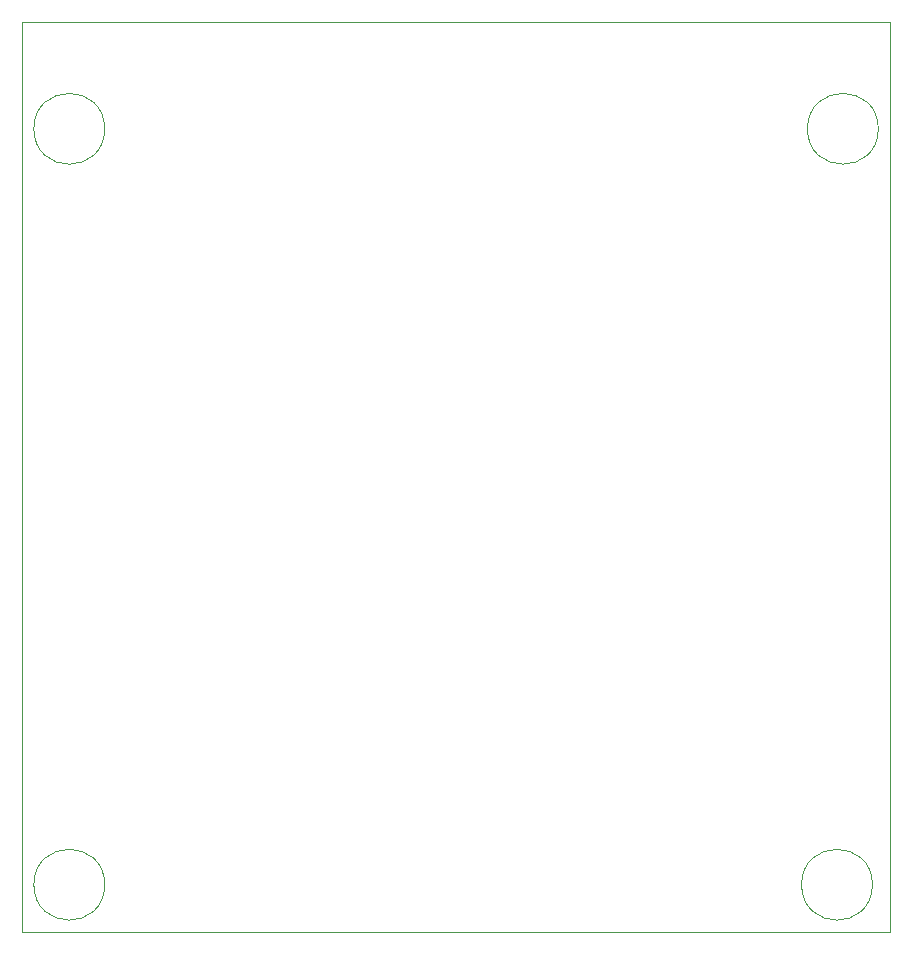
<source format=gbr>
%TF.GenerationSoftware,KiCad,Pcbnew,8.0.4-8.0.4-0~ubuntu22.04.1*%
%TF.CreationDate,2024-08-05T19:19:51+05:30*%
%TF.ProjectId,BSF-Control-V1.0,4253462d-436f-46e7-9472-6f6c2d56312e,rev?*%
%TF.SameCoordinates,Original*%
%TF.FileFunction,Profile,NP*%
%FSLAX46Y46*%
G04 Gerber Fmt 4.6, Leading zero omitted, Abs format (unit mm)*
G04 Created by KiCad (PCBNEW 8.0.4-8.0.4-0~ubuntu22.04.1) date 2024-08-05 19:19:51*
%MOMM*%
%LPD*%
G01*
G04 APERTURE LIST*
%TA.AperFunction,Profile*%
%ADD10C,0.050000*%
%TD*%
G04 APERTURE END LIST*
D10*
X186000000Y-93000000D02*
G75*
G02*
X180000000Y-93000000I-3000000J0D01*
G01*
X180000000Y-93000000D02*
G75*
G02*
X186000000Y-93000000I3000000J0D01*
G01*
X186500000Y-29000000D02*
G75*
G02*
X180500000Y-29000000I-3000000J0D01*
G01*
X180500000Y-29000000D02*
G75*
G02*
X186500000Y-29000000I3000000J0D01*
G01*
X114000000Y-20000000D02*
X187500000Y-20000000D01*
X187500000Y-97000000D01*
X114000000Y-97000000D01*
X114000000Y-20000000D01*
X121000000Y-29000000D02*
G75*
G02*
X115000000Y-29000000I-3000000J0D01*
G01*
X115000000Y-29000000D02*
G75*
G02*
X121000000Y-29000000I3000000J0D01*
G01*
X121000000Y-93000000D02*
G75*
G02*
X115000000Y-93000000I-3000000J0D01*
G01*
X115000000Y-93000000D02*
G75*
G02*
X121000000Y-93000000I3000000J0D01*
G01*
M02*

</source>
